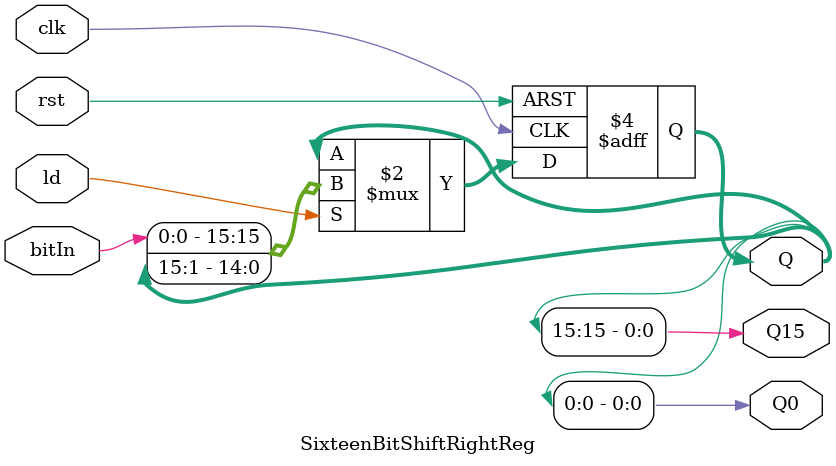
<source format=v>
`timescale 1ns / 1ps


/*
Here is a description of all paramteters:
clk: the clock on which changes occur (at positive edge)
rst: asynchronous reset
ld: enables loading and editing of data, otherwise keeps same data (similar to control in UniversalReg)
bitIn: the input that is to be inserted as we right-shift
Q0: least significant bit
Q15: most significant  bit
Q: parallel output of register
*/
module SixteenBitShiftRightReg(
    input clk,
    input rst,
    input ld,
    input bitIn,
    output Q0,
    output Q15,
    output reg [15:0] Q
);

always @(posedge clk or posedge rst)
begin
    if (rst) begin
        Q <= 16'b0000_0000_0000_0000;
    end else if (ld) begin
        Q <= {bitIn, Q[15:1]};
    end
end

assign Q0 = Q[0];
assign Q15 = Q[15];

endmodule


</source>
